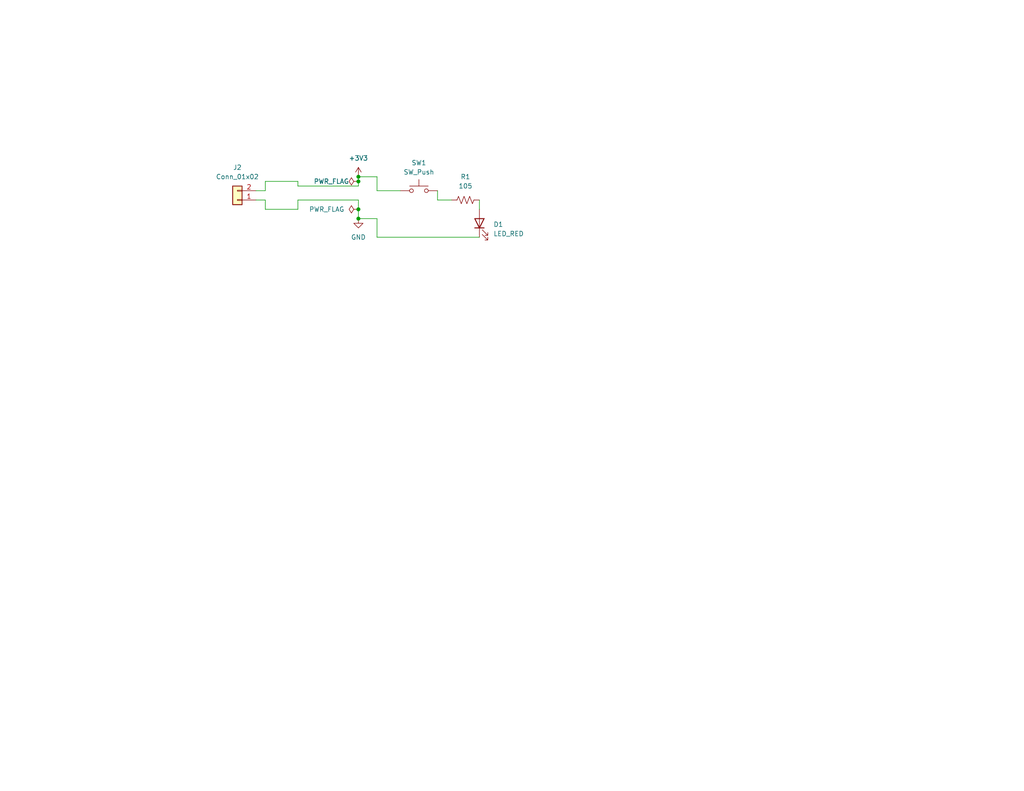
<source format=kicad_sch>
(kicad_sch (version 20230121) (generator eeschema)
  (paper "USLetter")
  (title_block (title "Template") (date "2022-08-16") (rev "0.0") (company "Illini Solar Car") (comment 1 "Designed By: Your Name"))
  (lib_symbols
    (symbol "Connector_Generic:Conn_01x02" (pin_names (offset 1.016) hide)
      (property "Reference" "J" (at 0 2.54 0))
      (property "Value" "Conn_01x02" (at 0 -5.08 0))
      (symbol "Conn_01x02_1_1"
        (rectangle (start -1.27 -2.413) (end 0 -2.667) (stroke (width 0.1524)))
        (rectangle (start -1.27 0.127) (end 0 -0.127) (stroke (width 0.1524)))
        (rectangle (start -1.27 1.27) (end 1.27 -3.81) (stroke (width 0.254)) (fill (type background)))
        (pin passive line (at -5.08 0 0) (length 3.81) (name "Pin_1") (number "1"))
        (pin passive line (at -5.08 -2.54 0) (length 3.81) (name "Pin_2") (number "2"))
      )
    )
    (symbol "Switch:SW_Push" (pin_numbers hide) (pin_names (offset 1.016) hide)
      (property "Reference" "SW" (at 1.27 2.54 0))
      (property "Value" "SW_Push" (at 0 -1.524 0))
      (symbol "SW_Push_0_1"
        (circle (center -2.032 0) (radius 0.508))
        (polyline (pts (xy 0 1.27) (xy 0 3.048)))
        (polyline (pts (xy 2.54 1.27) (xy -2.54 1.27)))
        (circle (center 2.032 0) (radius 0.508))
        (pin passive line (at -5.08 0 0) (length 2.54) (name "1") (number "1"))
        (pin passive line (at 5.08 0 180) (length 2.54) (name "2") (number "2"))
      )
    )
    (symbol "device:LED" (pin_numbers hide) (pin_names (offset 1.016) hide)
      (property "Reference" "D" (at 0 2.54 0))
      (property "Value" "LED" (at 0 -2.54 0))
      (symbol "LED_0_1"
        (polyline (pts (xy -1.27 -1.27) (xy -1.27 1.27)) (stroke (width 0.254)))
        (polyline (pts (xy -1.27 0) (xy 1.27 0)))
        (polyline (pts (xy 1.27 -1.27) (xy 1.27 1.27) (xy -1.27 0) (xy 1.27 -1.27)) (stroke (width 0.254)))
        (polyline (pts (xy -3.048 -0.762) (xy -4.572 -2.286) (xy -3.81 -2.286) (xy -4.572 -2.286) (xy -4.572 -1.524)))
        (polyline (pts (xy -1.778 -0.762) (xy -3.302 -2.286) (xy -2.54 -2.286) (xy -3.302 -2.286) (xy -3.302 -1.524)))
      )
      (symbol "LED_1_1"
        (pin passive line (at -3.81 0 0) (length 2.54) (name "K") (number "1"))
        (pin passive line (at 3.81 0 180) (length 2.54) (name "A") (number "2"))
      )
    )
    (symbol "device:R_US" (pin_numbers hide) (pin_names (offset 0))
      (property "Reference" "R" (at 2.54 0 90))
      (property "Value" "R_US" (at -2.54 0 90))
      (symbol "R_US_0_1"
        (polyline (pts (xy 0 -2.286) (xy 0 -2.54)))
        (polyline (pts (xy 0 2.286) (xy 0 2.54)))
        (polyline (pts (xy 0 -0.762) (xy 1.016 -1.143) (xy 0 -1.524) (xy -1.016 -1.905) (xy 0 -2.286)))
        (polyline (pts (xy 0 0.762) (xy 1.016 0.381) (xy 0 0) (xy -1.016 -0.381) (xy 0 -0.762)))
        (polyline (pts (xy 0 2.286) (xy 1.016 1.905) (xy 0 1.524) (xy -1.016 1.143) (xy 0 0.762)))
      )
      (symbol "R_US_1_1"
        (pin passive line (at 0 3.81 270) (length 1.27) (name "~") (number "1"))
        (pin passive line (at 0 -3.81 90) (length 1.27) (name "~") (number "2"))
      )
    )
    (symbol "power:+3V3" (power) (pin_names (offset 0))
      (property "Value" "+3V3" (at 0 3.556 0))
      (symbol "+3V3_0_1"
        (polyline (pts (xy -0.762 1.27) (xy 0 2.54)))
        (polyline (pts (xy 0 0) (xy 0 2.54)))
        (polyline (pts (xy 0 2.54) (xy 0.762 1.27)))
      )
      (symbol "+3V3_1_1"
        (pin power_in line (at 0 0 90) (length 0) hide (name "+3V3") (number "1"))
      )
    )
    (symbol "power:GND" (power) (pin_names (offset 0))
      (property "Value" "GND" (at 0 -3.81 0))
      (symbol "GND_0_1"
        (polyline (pts (xy 0 0) (xy 0 -1.27) (xy 1.27 -1.27) (xy 0 -2.54) (xy -1.27 -1.27) (xy 0 -1.27)))
      )
      (symbol "GND_1_1"
        (pin power_in line (at 0 0 270) (length 0) hide (name "GND") (number "1"))
      )
    )
    (symbol "power:PWR_FLAG" (power) (pin_numbers hide) (pin_names (offset 0) hide)
      (property "Value" "PWR_FLAG" (at 0 3.81 0))
      (symbol "PWR_FLAG_0_0"
        (pin power_out line (at 0 0 90) (length 0) (name "pwr") (number "1"))
      )
      (symbol "PWR_FLAG_0_1"
        (polyline (pts (xy 0 0) (xy 0 1.27) (xy -1.016 1.905) (xy 0 2.54) (xy 1.016 1.905) (xy 0 1.27)))
      )
    )
  )
  (junction (at 97.79 48.26))
  (junction (at 97.79 57.15))
  (junction (at 97.79 59.69))
  (junction (at 97.79 49.53))
  (wire (pts (xy 72.39 49.53) (xy 72.39 52.07)))
  (wire (pts (xy 97.79 57.15) (xy 97.79 59.69)))
  (wire (pts (xy 97.79 59.69) (xy 102.87 59.69)))
  (wire (pts (xy 97.79 48.26) (xy 97.79 49.53)))
  (wire (pts (xy 102.87 48.26) (xy 102.87 52.07)))
  (wire (pts (xy 97.79 48.26) (xy 102.87 48.26)))
  (wire (pts (xy 102.87 52.07) (xy 109.22 52.07)))
  (wire (pts (xy 97.79 57.15) (xy 97.79 54.61)))
  (wire (pts (xy 81.28 49.53) (xy 72.39 49.53)))
  (wire (pts (xy 97.79 49.53) (xy 97.79 50.8)))
  (wire (pts (xy 119.38 52.07) (xy 119.38 54.61)))
  (wire (pts (xy 81.28 50.8) (xy 81.28 49.53)))
  (wire (pts (xy 81.28 57.15) (xy 72.39 57.15)))
  (wire (pts (xy 119.38 54.61) (xy 123.19 54.61)))
  (wire (pts (xy 72.39 57.15) (xy 72.39 54.61)))
  (wire (pts (xy 97.79 50.8) (xy 81.28 50.8)))
  (wire (pts (xy 72.39 54.61) (xy 69.85 54.61)))
  (wire (pts (xy 72.39 52.07) (xy 69.85 52.07)))
  (wire (pts (xy 130.81 54.61) (xy 130.81 57.15)))
  (wire (pts (xy 81.28 54.61) (xy 81.28 57.15)))
  (wire (pts (xy 102.87 59.69) (xy 102.87 64.77)))
  (wire (pts (xy 81.28 54.61) (xy 97.79 54.61)))
  (wire (pts (xy 102.87 64.77) (xy 130.81 64.77)))
  (symbol (lib_id "power:PWR_FLAG") (at 97.79 49.53 90) (unit 1)
    (property "Reference" "#FLG02" (effects hide))
    (property "Value" "PWR_FLAG" (at 95.25 49.53 90) (effects (justify left)))
  )
  (symbol (lib_id "power:+3V3") (at 97.79 48.26 0) (unit 1)
    (property "Reference" "#PWR01" (effects hide))
    (property "Value" "+3V3" (at 97.79 43.18 0))
  )
  (symbol (lib_id "device:R_US") (at 127 54.61 90) (unit 1)
    (property "Reference" "R1" (at 127 48.26 90))
    (property "Value" "105" (at 127 50.8 90))
    (property "Footprint" "Resistor_SMD:R_0201_0603Metric_Pad0.64x0.40mm_HandSolder" (effects hide))
  )
  (symbol (lib_id "Switch:SW_Push") (at 114.3 52.07 0) (unit 1)
    (property "Reference" "SW1" (at 114.3 44.45 0))
    (property "Value" "SW_Push" (at 114.3 46.99 0))
    (property "Footprint" "Button_Switch_SMD:SW_DIP_SPSTx01_Slide_6.7x4.1mm_W6.73mm_P2.54mm_LowProfile_JPin" (effects hide))
  )
  (symbol (lib_id "power:GND") (at 97.79 59.69 0) (unit 1)
    (property "Reference" "#PWR02" (effects hide))
    (property "Value" "GND" (at 97.79 64.77 0))
  )
  (symbol (lib_id "Connector_Generic:Conn_01x02") (at 64.77 54.61 180) (unit 1)
    (property "Reference" "J2" (at 64.77 45.72 0))
    (property "Value" "Conn_01x02" (at 64.77 48.26 0))
    (property "Footprint" "Connector_Molex:Molex_KK-254_AE-6410-02A_1x02_P2.54mm_Vertical" (effects hide))
  )
  (symbol (lib_id "power:PWR_FLAG") (at 97.79 57.15 90) (unit 1)
    (property "Reference" "#FLG01" (effects hide))
    (property "Value" "PWR_FLAG" (at 93.98 57.15 90) (effects (justify left)))
  )
  (symbol (lib_id "device:LED") (at 130.81 60.96 90) (unit 1)
    (property "Reference" "D1" (at 134.62 61.2775 90) (effects (justify right)))
    (property "Value" "LED_RED" (at 134.62 63.8175 90) (effects (justify right)))
    (property "Footprint" "layout:LED_0603_Symbol_on_F.SilkS" (effects hide))
  )
)
</source>
